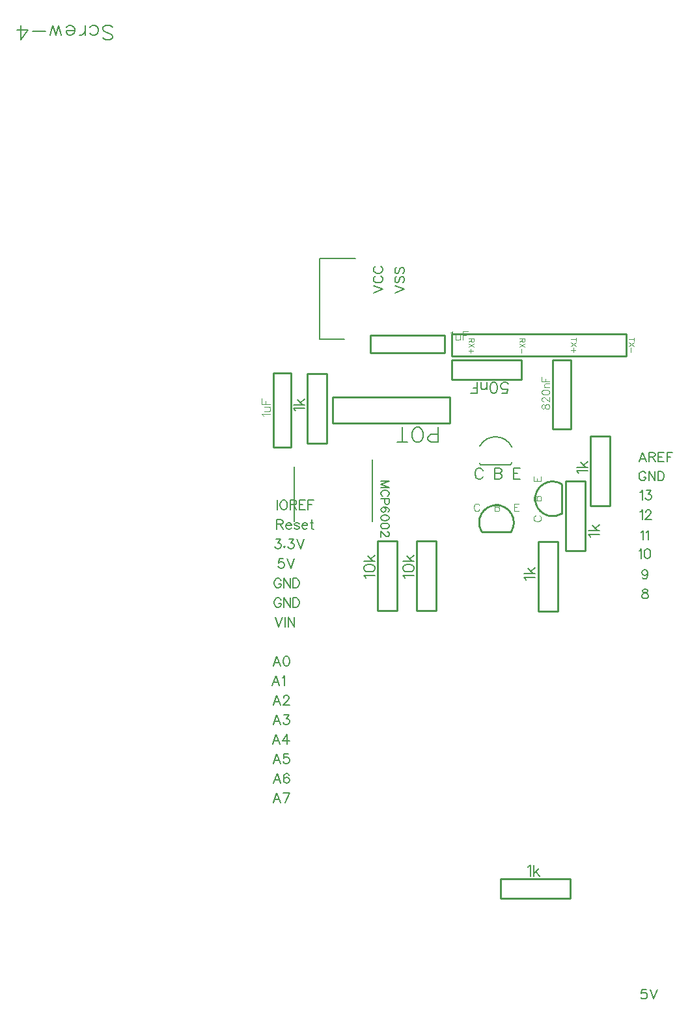
<source format=gto>
G04 Layer: TopSilkscreenLayer*
G04 EasyEDA v6.5.22, 2023-01-17 12:05:17*
G04 b103a448d6604d23990311a0c4fa42b9,79949195797447f9ac56d6811569d7a0,10*
G04 Gerber Generator version 0.2*
G04 Scale: 100 percent, Rotated: No, Reflected: No *
G04 Dimensions in millimeters *
G04 leading zeros omitted , absolute positions ,4 integer and 5 decimal *
%FSLAX45Y45*%
%MOMM*%

%ADD10C,0.2030*%
%ADD11C,0.2032*%
%ADD12C,0.1000*%
%ADD13C,0.1524*%
%ADD14C,0.1016*%
%ADD15C,0.2540*%
%ADD16C,0.1999*%
%ADD17C,0.2007*%
%ADD18C,0.0122*%

%LPD*%
D10*
X2855213Y1654276D02*
G01*
X2849372Y1665706D01*
X2837941Y1677390D01*
X2826258Y1683232D01*
X2803143Y1683232D01*
X2791713Y1677390D01*
X2780029Y1665706D01*
X2774441Y1654276D01*
X2768600Y1637004D01*
X2768600Y1608048D01*
X2774441Y1590776D01*
X2780029Y1579092D01*
X2791713Y1567662D01*
X2803143Y1561820D01*
X2826258Y1561820D01*
X2837941Y1567662D01*
X2849372Y1579092D01*
X2855213Y1590776D01*
X2855213Y1608048D01*
X2826258Y1608048D02*
G01*
X2855213Y1608048D01*
X2893313Y1683232D02*
G01*
X2893313Y1561820D01*
X2893313Y1683232D02*
G01*
X2974086Y1561820D01*
X2974086Y1683232D02*
G01*
X2974086Y1561820D01*
X3012186Y1683232D02*
G01*
X3012186Y1561820D01*
X3012186Y1683232D02*
G01*
X3052572Y1683232D01*
X3069843Y1677390D01*
X3081527Y1665706D01*
X3087370Y1654276D01*
X3092958Y1637004D01*
X3092958Y1608048D01*
X3087370Y1590776D01*
X3081527Y1579092D01*
X3069843Y1567662D01*
X3052572Y1561820D01*
X3012186Y1561820D01*
D11*
X2768600Y648690D02*
G01*
X2780029Y654532D01*
X2797556Y671804D01*
X2797556Y550392D01*
X2870200Y671804D02*
G01*
X2852927Y665962D01*
X2841243Y648690D01*
X2835656Y619734D01*
X2835656Y602462D01*
X2841243Y573506D01*
X2852927Y556234D01*
X2870200Y550392D01*
X2881629Y550392D01*
X2899156Y556234D01*
X2910586Y573506D01*
X2916427Y602462D01*
X2916427Y619734D01*
X2910586Y648690D01*
X2899156Y665962D01*
X2881629Y671804D01*
X2870200Y671804D01*
X2881629Y364718D02*
G01*
X2876041Y347192D01*
X2864358Y335762D01*
X2847086Y329920D01*
X2841243Y329920D01*
X2823972Y335762D01*
X2812541Y347192D01*
X2806700Y364718D01*
X2806700Y370306D01*
X2812541Y387832D01*
X2823972Y399262D01*
X2841243Y405104D01*
X2847086Y405104D01*
X2864358Y399262D01*
X2876041Y387832D01*
X2881629Y364718D01*
X2881629Y335762D01*
X2876041Y306806D01*
X2864358Y289534D01*
X2847086Y283692D01*
X2835656Y283692D01*
X2818129Y289534D01*
X2812541Y301218D01*
X2835658Y151104D02*
G01*
X2818132Y145262D01*
X2812544Y133832D01*
X2812544Y122148D01*
X2818132Y110718D01*
X2829816Y104876D01*
X2852930Y99034D01*
X2870202Y93192D01*
X2881632Y81762D01*
X2887474Y70332D01*
X2887474Y52806D01*
X2881632Y41376D01*
X2876044Y35534D01*
X2858772Y29692D01*
X2835658Y29692D01*
X2818132Y35534D01*
X2812544Y41376D01*
X2806702Y52806D01*
X2806702Y70332D01*
X2812544Y81762D01*
X2823974Y93192D01*
X2841246Y99034D01*
X2864360Y104876D01*
X2876044Y110718D01*
X2881632Y122148D01*
X2881632Y133832D01*
X2876044Y145262D01*
X2858772Y151104D01*
X2835658Y151104D01*
X2794000Y889990D02*
G01*
X2805429Y895832D01*
X2822956Y913104D01*
X2822956Y791692D01*
X2861056Y889990D02*
G01*
X2872486Y895832D01*
X2889758Y913104D01*
X2889758Y791692D01*
X2781300Y1156690D02*
G01*
X2792729Y1162532D01*
X2810256Y1179804D01*
X2810256Y1058392D01*
X2853943Y1150848D02*
G01*
X2853943Y1156690D01*
X2859786Y1168120D01*
X2865627Y1173962D01*
X2877058Y1179804D01*
X2900172Y1179804D01*
X2911856Y1173962D01*
X2917443Y1168120D01*
X2923286Y1156690D01*
X2923286Y1145006D01*
X2917443Y1133576D01*
X2906013Y1116304D01*
X2848356Y1058392D01*
X2929127Y1058392D01*
X2781297Y1410690D02*
G01*
X2792727Y1416532D01*
X2810253Y1433804D01*
X2810253Y1312392D01*
X2859783Y1433804D02*
G01*
X2923283Y1433804D01*
X2888739Y1387576D01*
X2906011Y1387576D01*
X2917441Y1381734D01*
X2923283Y1375892D01*
X2929125Y1358620D01*
X2929125Y1347190D01*
X2923283Y1329918D01*
X2911853Y1318234D01*
X2894327Y1312392D01*
X2877055Y1312392D01*
X2859783Y1318234D01*
X2853941Y1324076D01*
X2848353Y1335506D01*
X2814827Y1929104D02*
G01*
X2768600Y1807692D01*
X2814827Y1929104D02*
G01*
X2861056Y1807692D01*
X2785872Y1848332D02*
G01*
X2843529Y1848332D01*
X2899156Y1929104D02*
G01*
X2899156Y1807692D01*
X2899156Y1929104D02*
G01*
X2950972Y1929104D01*
X2968243Y1923262D01*
X2974086Y1917420D01*
X2979927Y1905990D01*
X2979927Y1894306D01*
X2974086Y1882876D01*
X2968243Y1877034D01*
X2950972Y1871192D01*
X2899156Y1871192D01*
X2939541Y1871192D02*
G01*
X2979927Y1807692D01*
X3018027Y1929104D02*
G01*
X3018027Y1807692D01*
X3018027Y1929104D02*
G01*
X3092958Y1929104D01*
X3018027Y1871192D02*
G01*
X3064256Y1871192D01*
X3018027Y1807692D02*
G01*
X3092958Y1807692D01*
X3131058Y1929104D02*
G01*
X3131058Y1807692D01*
X3131058Y1929104D02*
G01*
X3206241Y1929104D01*
X3131058Y1871192D02*
G01*
X3177286Y1871192D01*
D12*
X1950201Y3399513D02*
G01*
X1883399Y3399513D01*
X1950201Y3421865D02*
G01*
X1950201Y3377415D01*
X1950201Y3356333D02*
G01*
X1883399Y3311883D01*
X1950201Y3311883D02*
G01*
X1883399Y3356333D01*
X1940803Y3262099D02*
G01*
X1883399Y3262099D01*
X1912101Y3290801D02*
G01*
X1912101Y3233397D01*
D11*
X-1965200Y-217195D02*
G01*
X-1918972Y-338607D01*
X-1872744Y-217195D02*
G01*
X-1918972Y-338607D01*
X-1834644Y-217195D02*
G01*
X-1834644Y-338607D01*
X-1796544Y-217195D02*
G01*
X-1796544Y-338607D01*
X-1796544Y-217195D02*
G01*
X-1715772Y-338607D01*
X-1715772Y-217195D02*
G01*
X-1715772Y-338607D01*
X-1890013Y7848D02*
G01*
X-1895855Y19532D01*
X-1907286Y30962D01*
X-1918970Y36804D01*
X-1942084Y36804D01*
X-1953513Y30962D01*
X-1965197Y19532D01*
X-1970786Y7848D01*
X-1976628Y-9423D01*
X-1976628Y-38379D01*
X-1970786Y-55651D01*
X-1965197Y-67081D01*
X-1953513Y-78765D01*
X-1942084Y-84607D01*
X-1918970Y-84607D01*
X-1907286Y-78765D01*
X-1895855Y-67081D01*
X-1890013Y-55651D01*
X-1890013Y-38379D01*
X-1918970Y-38379D02*
G01*
X-1890013Y-38379D01*
X-1851913Y36804D02*
G01*
X-1851913Y-84607D01*
X-1851913Y36804D02*
G01*
X-1771142Y-84607D01*
X-1771142Y36804D02*
G01*
X-1771142Y-84607D01*
X-1733042Y36804D02*
G01*
X-1733042Y-84607D01*
X-1733042Y36804D02*
G01*
X-1692655Y36804D01*
X-1675384Y30962D01*
X-1663700Y19532D01*
X-1657857Y7848D01*
X-1652270Y-9423D01*
X-1652270Y-38379D01*
X-1657857Y-55651D01*
X-1663700Y-67081D01*
X-1675384Y-78765D01*
X-1692655Y-84607D01*
X-1733042Y-84607D01*
X-1890013Y261848D02*
G01*
X-1895855Y273532D01*
X-1907286Y284962D01*
X-1918970Y290804D01*
X-1942084Y290804D01*
X-1953513Y284962D01*
X-1965197Y273532D01*
X-1970786Y261848D01*
X-1976628Y244576D01*
X-1976628Y215620D01*
X-1970786Y198348D01*
X-1965197Y186918D01*
X-1953513Y175234D01*
X-1942084Y169392D01*
X-1918970Y169392D01*
X-1907286Y175234D01*
X-1895855Y186918D01*
X-1890013Y198348D01*
X-1890013Y215620D01*
X-1918970Y215620D02*
G01*
X-1890013Y215620D01*
X-1851913Y290804D02*
G01*
X-1851913Y169392D01*
X-1851913Y290804D02*
G01*
X-1771142Y169392D01*
X-1771142Y290804D02*
G01*
X-1771142Y169392D01*
X-1733042Y290804D02*
G01*
X-1733042Y169392D01*
X-1733042Y290804D02*
G01*
X-1692655Y290804D01*
X-1675384Y284962D01*
X-1663700Y273532D01*
X-1657857Y261848D01*
X-1652270Y244576D01*
X-1652270Y215620D01*
X-1657857Y198348D01*
X-1663700Y186918D01*
X-1675384Y175234D01*
X-1692655Y169392D01*
X-1733042Y169392D01*
X-1857758Y544804D02*
G01*
X-1915670Y544804D01*
X-1921258Y492734D01*
X-1915670Y498576D01*
X-1898144Y504418D01*
X-1880872Y504418D01*
X-1863600Y498576D01*
X-1852170Y486892D01*
X-1846328Y469620D01*
X-1846328Y458190D01*
X-1852170Y440918D01*
X-1863600Y429234D01*
X-1880872Y423392D01*
X-1898144Y423392D01*
X-1915670Y429234D01*
X-1921258Y435076D01*
X-1927100Y446506D01*
X-1808228Y544804D02*
G01*
X-1762000Y423392D01*
X-1715772Y544804D02*
G01*
X-1762000Y423392D01*
X-1957070Y798804D02*
G01*
X-1893570Y798804D01*
X-1928113Y752576D01*
X-1910842Y752576D01*
X-1899157Y746734D01*
X-1893570Y740892D01*
X-1887728Y723620D01*
X-1887728Y712190D01*
X-1893570Y694918D01*
X-1905000Y683234D01*
X-1922271Y677392D01*
X-1939544Y677392D01*
X-1957070Y683234D01*
X-1962657Y689076D01*
X-1968500Y700506D01*
X-1843786Y706348D02*
G01*
X-1849628Y700506D01*
X-1843786Y694918D01*
X-1837944Y700506D01*
X-1843786Y706348D01*
X-1788413Y798804D02*
G01*
X-1724913Y798804D01*
X-1759457Y752576D01*
X-1742186Y752576D01*
X-1730755Y746734D01*
X-1724913Y740892D01*
X-1719071Y723620D01*
X-1719071Y712190D01*
X-1724913Y694918D01*
X-1736344Y683234D01*
X-1753870Y677392D01*
X-1771142Y677392D01*
X-1788413Y683234D01*
X-1794255Y689076D01*
X-1799844Y700506D01*
X-1680971Y798804D02*
G01*
X-1634744Y677392D01*
X-1588770Y798804D02*
G01*
X-1634744Y677392D01*
X-1943100Y1052804D02*
G01*
X-1943100Y931392D01*
X-1943100Y1052804D02*
G01*
X-1891029Y1052804D01*
X-1873757Y1046962D01*
X-1868170Y1041120D01*
X-1862328Y1029690D01*
X-1862328Y1018006D01*
X-1868170Y1006576D01*
X-1873757Y1000734D01*
X-1891029Y994892D01*
X-1943100Y994892D01*
X-1902713Y994892D02*
G01*
X-1862328Y931392D01*
X-1824228Y977620D02*
G01*
X-1754886Y977620D01*
X-1754886Y989304D01*
X-1760728Y1000734D01*
X-1766570Y1006576D01*
X-1778000Y1012418D01*
X-1795271Y1012418D01*
X-1806955Y1006576D01*
X-1818386Y994892D01*
X-1824228Y977620D01*
X-1824228Y966190D01*
X-1818386Y948918D01*
X-1806955Y937234D01*
X-1795271Y931392D01*
X-1778000Y931392D01*
X-1766570Y937234D01*
X-1754886Y948918D01*
X-1653286Y994892D02*
G01*
X-1659128Y1006576D01*
X-1676400Y1012418D01*
X-1693671Y1012418D01*
X-1710944Y1006576D01*
X-1716786Y994892D01*
X-1710944Y983462D01*
X-1699513Y977620D01*
X-1670557Y972032D01*
X-1659128Y966190D01*
X-1653286Y954506D01*
X-1653286Y948918D01*
X-1659128Y937234D01*
X-1676400Y931392D01*
X-1693671Y931392D01*
X-1710944Y937234D01*
X-1716786Y948918D01*
X-1615186Y977620D02*
G01*
X-1545844Y977620D01*
X-1545844Y989304D01*
X-1551686Y1000734D01*
X-1557528Y1006576D01*
X-1568957Y1012418D01*
X-1586229Y1012418D01*
X-1597913Y1006576D01*
X-1609344Y994892D01*
X-1615186Y977620D01*
X-1615186Y966190D01*
X-1609344Y948918D01*
X-1597913Y937234D01*
X-1586229Y931392D01*
X-1568957Y931392D01*
X-1557528Y937234D01*
X-1545844Y948918D01*
X-1490471Y1052804D02*
G01*
X-1490471Y954506D01*
X-1484629Y937234D01*
X-1473200Y931392D01*
X-1461770Y931392D01*
X-1507744Y1012418D02*
G01*
X-1467357Y1012418D01*
X-1937512Y1306804D02*
G01*
X-1937512Y1185392D01*
X-1864868Y1306804D02*
G01*
X-1876297Y1300962D01*
X-1887981Y1289532D01*
X-1893570Y1277848D01*
X-1899412Y1260576D01*
X-1899412Y1231620D01*
X-1893570Y1214348D01*
X-1887981Y1202918D01*
X-1876297Y1191234D01*
X-1864868Y1185392D01*
X-1841754Y1185392D01*
X-1830070Y1191234D01*
X-1818639Y1202918D01*
X-1812797Y1214348D01*
X-1806955Y1231620D01*
X-1806955Y1260576D01*
X-1812797Y1277848D01*
X-1818639Y1289532D01*
X-1830070Y1300962D01*
X-1841754Y1306804D01*
X-1864868Y1306804D01*
X-1768855Y1306804D02*
G01*
X-1768855Y1185392D01*
X-1768855Y1306804D02*
G01*
X-1717039Y1306804D01*
X-1699768Y1300962D01*
X-1693926Y1295120D01*
X-1688084Y1283690D01*
X-1688084Y1272006D01*
X-1693926Y1260576D01*
X-1699768Y1254734D01*
X-1717039Y1248892D01*
X-1768855Y1248892D01*
X-1728470Y1248892D02*
G01*
X-1688084Y1185392D01*
X-1649984Y1306804D02*
G01*
X-1649984Y1185392D01*
X-1649984Y1306804D02*
G01*
X-1575054Y1306804D01*
X-1649984Y1248892D02*
G01*
X-1603755Y1248892D01*
X-1649984Y1185392D02*
G01*
X-1575054Y1185392D01*
X-1536954Y1306804D02*
G01*
X-1536954Y1185392D01*
X-1536954Y1306804D02*
G01*
X-1461770Y1306804D01*
X-1536954Y1248892D02*
G01*
X-1490726Y1248892D01*
X-1944372Y-725195D02*
G01*
X-1990600Y-846607D01*
X-1944372Y-725195D02*
G01*
X-1898144Y-846607D01*
X-1973328Y-805967D02*
G01*
X-1915670Y-805967D01*
X-1825500Y-725195D02*
G01*
X-1842772Y-731037D01*
X-1854456Y-748309D01*
X-1860044Y-777265D01*
X-1860044Y-794537D01*
X-1854456Y-823493D01*
X-1842772Y-840765D01*
X-1825500Y-846607D01*
X-1814070Y-846607D01*
X-1796544Y-840765D01*
X-1785114Y-823493D01*
X-1779272Y-794537D01*
X-1779272Y-777265D01*
X-1785114Y-748309D01*
X-1796544Y-731037D01*
X-1814070Y-725195D01*
X-1825500Y-725195D01*
X-1955800Y-979195D02*
G01*
X-2002028Y-1100607D01*
X-1955800Y-979195D02*
G01*
X-1909571Y-1100607D01*
X-1984755Y-1059967D02*
G01*
X-1927097Y-1059967D01*
X-1871471Y-1002309D02*
G01*
X-1860042Y-996467D01*
X-1842770Y-979195D01*
X-1842770Y-1100607D01*
X-1944372Y-1233195D02*
G01*
X-1990600Y-1354607D01*
X-1944372Y-1233195D02*
G01*
X-1898144Y-1354607D01*
X-1973328Y-1313967D02*
G01*
X-1915670Y-1313967D01*
X-1854456Y-1262151D02*
G01*
X-1854456Y-1256309D01*
X-1848614Y-1244879D01*
X-1842772Y-1239037D01*
X-1831342Y-1233195D01*
X-1808228Y-1233195D01*
X-1796544Y-1239037D01*
X-1790956Y-1244879D01*
X-1785114Y-1256309D01*
X-1785114Y-1267993D01*
X-1790956Y-1279423D01*
X-1802386Y-1296695D01*
X-1860044Y-1354607D01*
X-1779272Y-1354607D01*
X-1944372Y-1487195D02*
G01*
X-1990600Y-1608607D01*
X-1944372Y-1487195D02*
G01*
X-1898144Y-1608607D01*
X-1973328Y-1567967D02*
G01*
X-1915670Y-1567967D01*
X-1848614Y-1487195D02*
G01*
X-1785114Y-1487195D01*
X-1819658Y-1533423D01*
X-1802386Y-1533423D01*
X-1790956Y-1539265D01*
X-1785114Y-1545107D01*
X-1779272Y-1562379D01*
X-1779272Y-1573809D01*
X-1785114Y-1591081D01*
X-1796544Y-1602765D01*
X-1814070Y-1608607D01*
X-1831342Y-1608607D01*
X-1848614Y-1602765D01*
X-1854456Y-1596923D01*
X-1860044Y-1585493D01*
X-1950212Y-1741195D02*
G01*
X-1996439Y-1862607D01*
X-1950212Y-1741195D02*
G01*
X-1903984Y-1862607D01*
X-1979168Y-1821967D02*
G01*
X-1921510Y-1821967D01*
X-1808226Y-1741195D02*
G01*
X-1865884Y-1821967D01*
X-1779270Y-1821967D01*
X-1808226Y-1741195D02*
G01*
X-1808226Y-1862607D01*
X-1944372Y-1995195D02*
G01*
X-1990600Y-2116607D01*
X-1944372Y-1995195D02*
G01*
X-1898144Y-2116607D01*
X-1973328Y-2075967D02*
G01*
X-1915670Y-2075967D01*
X-1790956Y-1995195D02*
G01*
X-1848614Y-1995195D01*
X-1854456Y-2047265D01*
X-1848614Y-2041423D01*
X-1831342Y-2035581D01*
X-1814070Y-2035581D01*
X-1796544Y-2041423D01*
X-1785114Y-2053107D01*
X-1779272Y-2070379D01*
X-1779272Y-2081809D01*
X-1785114Y-2099081D01*
X-1796544Y-2110765D01*
X-1814070Y-2116607D01*
X-1831342Y-2116607D01*
X-1848614Y-2110765D01*
X-1854456Y-2104923D01*
X-1860044Y-2093493D01*
X-1938530Y-2249195D02*
G01*
X-1984758Y-2370607D01*
X-1938530Y-2249195D02*
G01*
X-1892302Y-2370607D01*
X-1967486Y-2329967D02*
G01*
X-1909828Y-2329967D01*
X-1785114Y-2266467D02*
G01*
X-1790702Y-2255037D01*
X-1808228Y-2249195D01*
X-1819658Y-2249195D01*
X-1836930Y-2255037D01*
X-1848614Y-2272309D01*
X-1854202Y-2301265D01*
X-1854202Y-2329967D01*
X-1848614Y-2353081D01*
X-1836930Y-2364765D01*
X-1819658Y-2370607D01*
X-1813816Y-2370607D01*
X-1796544Y-2364765D01*
X-1785114Y-2353081D01*
X-1779272Y-2335809D01*
X-1779272Y-2329967D01*
X-1785114Y-2312695D01*
X-1796544Y-2301265D01*
X-1813816Y-2295423D01*
X-1819658Y-2295423D01*
X-1836930Y-2301265D01*
X-1848614Y-2312695D01*
X-1854202Y-2329967D01*
X-1944372Y-2503195D02*
G01*
X-1990600Y-2624607D01*
X-1944372Y-2503195D02*
G01*
X-1898144Y-2624607D01*
X-1973328Y-2583967D02*
G01*
X-1915670Y-2583967D01*
X-1779272Y-2503195D02*
G01*
X-1836930Y-2624607D01*
X-1860044Y-2503195D02*
G01*
X-1779272Y-2503195D01*
X-687070Y4006062D02*
G01*
X-565658Y4052290D01*
X-687070Y4098518D02*
G01*
X-565658Y4052290D01*
X-658113Y4223232D02*
G01*
X-669544Y4217390D01*
X-681228Y4205706D01*
X-687070Y4194276D01*
X-687070Y4171162D01*
X-681228Y4159732D01*
X-669544Y4148048D01*
X-658113Y4142206D01*
X-640842Y4136618D01*
X-611886Y4136618D01*
X-594613Y4142206D01*
X-582929Y4148048D01*
X-571500Y4159732D01*
X-565658Y4171162D01*
X-565658Y4194276D01*
X-571500Y4205706D01*
X-582929Y4217390D01*
X-594613Y4223232D01*
X-658113Y4347692D02*
G01*
X-669544Y4342104D01*
X-681228Y4330420D01*
X-687070Y4318990D01*
X-687070Y4295876D01*
X-681228Y4284192D01*
X-669544Y4272762D01*
X-658113Y4266920D01*
X-640842Y4261332D01*
X-611886Y4261332D01*
X-594613Y4266920D01*
X-582929Y4272762D01*
X-571500Y4284192D01*
X-565658Y4295876D01*
X-565658Y4318990D01*
X-571500Y4330420D01*
X-582929Y4342104D01*
X-594613Y4347692D01*
X-407670Y4006062D02*
G01*
X-286258Y4052290D01*
X-407670Y4098518D02*
G01*
X-286258Y4052290D01*
X-390143Y4217390D02*
G01*
X-401827Y4205706D01*
X-407670Y4188434D01*
X-407670Y4165320D01*
X-401827Y4148048D01*
X-390143Y4136618D01*
X-378713Y4136618D01*
X-367029Y4142206D01*
X-361441Y4148048D01*
X-355600Y4159732D01*
X-344170Y4194276D01*
X-338327Y4205706D01*
X-332486Y4211548D01*
X-321056Y4217390D01*
X-303529Y4217390D01*
X-292100Y4205706D01*
X-286258Y4188434D01*
X-286258Y4165320D01*
X-292100Y4148048D01*
X-303529Y4136618D01*
X-390143Y4336262D02*
G01*
X-401827Y4324832D01*
X-407670Y4307306D01*
X-407670Y4284192D01*
X-401827Y4266920D01*
X-390143Y4255490D01*
X-378713Y4255490D01*
X-367029Y4261332D01*
X-361441Y4266920D01*
X-355600Y4278604D01*
X-344170Y4313148D01*
X-338327Y4324832D01*
X-332486Y4330420D01*
X-321056Y4336262D01*
X-303529Y4336262D01*
X-292100Y4324832D01*
X-286258Y4307306D01*
X-286258Y4284192D01*
X-292100Y4266920D01*
X-303529Y4255490D01*
D12*
X616701Y3409165D02*
G01*
X549899Y3409165D01*
X616701Y3409165D02*
G01*
X616701Y3380463D01*
X613653Y3371065D01*
X610351Y3367763D01*
X604001Y3364715D01*
X597651Y3364715D01*
X591301Y3367763D01*
X587999Y3371065D01*
X584951Y3380463D01*
X584951Y3409165D01*
X584951Y3386813D02*
G01*
X549899Y3364715D01*
X616701Y3343633D02*
G01*
X549899Y3299183D01*
X616701Y3299183D02*
G01*
X549899Y3343633D01*
X607303Y3249399D02*
G01*
X549899Y3249399D01*
X578601Y3278101D02*
G01*
X578601Y3220697D01*
X1277076Y3409165D02*
G01*
X1210274Y3409165D01*
X1277076Y3409165D02*
G01*
X1277076Y3380463D01*
X1274028Y3371065D01*
X1270726Y3367763D01*
X1264376Y3364715D01*
X1258026Y3364715D01*
X1251676Y3367763D01*
X1248374Y3371065D01*
X1245326Y3380463D01*
X1245326Y3409165D01*
X1245326Y3386813D02*
G01*
X1210274Y3364715D01*
X1277076Y3343633D02*
G01*
X1210274Y3299183D01*
X1277076Y3299183D02*
G01*
X1210274Y3343633D01*
X1238976Y3278101D02*
G01*
X1238976Y3220697D01*
X2699501Y3399513D02*
G01*
X2632699Y3399513D01*
X2699501Y3421865D02*
G01*
X2699501Y3377415D01*
X2699501Y3356333D02*
G01*
X2632699Y3311883D01*
X2699501Y3311883D02*
G01*
X2632699Y3356333D01*
X2661401Y3290801D02*
G01*
X2661401Y3233397D01*
D11*
X2863341Y-5055895D02*
G01*
X2805429Y-5055895D01*
X2799841Y-5107965D01*
X2805429Y-5102123D01*
X2822956Y-5096281D01*
X2840227Y-5096281D01*
X2857500Y-5102123D01*
X2868929Y-5113807D01*
X2874772Y-5131079D01*
X2874772Y-5142509D01*
X2868929Y-5159781D01*
X2857500Y-5171465D01*
X2840227Y-5177307D01*
X2822956Y-5177307D01*
X2805429Y-5171465D01*
X2799841Y-5165623D01*
X2794000Y-5154193D01*
X2912872Y-5055895D02*
G01*
X2959100Y-5177307D01*
X3005327Y-5055895D02*
G01*
X2959100Y-5177307D01*
X-1698993Y2469375D02*
G01*
X-1705597Y2483091D01*
X-1726171Y2503411D01*
X-1582915Y2503411D01*
X-1726171Y2548369D02*
G01*
X-1582915Y2548369D01*
X-1678419Y2616695D02*
G01*
X-1610347Y2548369D01*
X-1637525Y2575801D02*
G01*
X-1582915Y2623553D01*
X-276593Y297675D02*
G01*
X-283197Y311391D01*
X-303771Y331711D01*
X-160515Y331711D01*
X-303771Y417563D02*
G01*
X-296913Y397243D01*
X-276593Y383527D01*
X-242303Y376669D01*
X-221983Y376669D01*
X-187947Y383527D01*
X-167373Y397243D01*
X-160515Y417563D01*
X-160515Y431279D01*
X-167373Y451853D01*
X-187947Y465315D01*
X-221983Y472173D01*
X-242303Y472173D01*
X-276593Y465315D01*
X-296913Y451853D01*
X-303771Y431279D01*
X-303771Y417563D01*
X-303771Y517131D02*
G01*
X-160515Y517131D01*
X-256019Y585457D02*
G01*
X-187947Y517131D01*
X-215125Y544563D02*
G01*
X-160515Y592315D01*
X-784593Y297675D02*
G01*
X-791197Y311391D01*
X-811771Y331711D01*
X-668515Y331711D01*
X-811771Y417563D02*
G01*
X-804913Y397243D01*
X-784593Y383527D01*
X-750303Y376669D01*
X-729983Y376669D01*
X-695947Y383527D01*
X-675373Y397243D01*
X-668515Y417563D01*
X-668515Y431279D01*
X-675373Y451853D01*
X-695947Y465315D01*
X-729983Y472173D01*
X-750303Y472173D01*
X-784593Y465315D01*
X-804913Y451853D01*
X-811771Y431279D01*
X-811771Y417563D01*
X-811771Y517131D02*
G01*
X-668515Y517131D01*
X-764019Y585457D02*
G01*
X-695947Y517131D01*
X-723125Y544563D02*
G01*
X-668515Y592315D01*
X985011Y2698978D02*
G01*
X1053084Y2698978D01*
X1059941Y2760446D01*
X1053084Y2753588D01*
X1032763Y2746730D01*
X1012190Y2746730D01*
X991870Y2753588D01*
X978154Y2767304D01*
X971295Y2787624D01*
X971295Y2801340D01*
X978154Y2821660D01*
X991870Y2835376D01*
X1012190Y2842234D01*
X1032763Y2842234D01*
X1053084Y2835376D01*
X1059941Y2828518D01*
X1066800Y2814802D01*
X885443Y2698978D02*
G01*
X906018Y2705836D01*
X919479Y2726156D01*
X926338Y2760446D01*
X926338Y2780766D01*
X919479Y2814802D01*
X906018Y2835376D01*
X885443Y2842234D01*
X871727Y2842234D01*
X851408Y2835376D01*
X837691Y2814802D01*
X830834Y2780766D01*
X830834Y2760446D01*
X837691Y2726156D01*
X851408Y2705836D01*
X871727Y2698978D01*
X885443Y2698978D01*
X785875Y2746730D02*
G01*
X785875Y2842234D01*
X785875Y2773908D02*
G01*
X765556Y2753588D01*
X751840Y2746730D01*
X731265Y2746730D01*
X717804Y2753588D01*
X710945Y2773908D01*
X710945Y2842234D01*
X665988Y2698978D02*
G01*
X665988Y2842234D01*
X665988Y2698978D02*
G01*
X577341Y2698978D01*
X665988Y2767304D02*
G01*
X611377Y2767304D01*
X1984006Y1656575D02*
G01*
X1977402Y1670291D01*
X1956828Y1690611D01*
X2100084Y1690611D01*
X1956828Y1735569D02*
G01*
X2100084Y1735569D01*
X2004580Y1803895D02*
G01*
X2072652Y1735569D01*
X2045474Y1763001D02*
G01*
X2100084Y1810753D01*
X2136406Y831062D02*
G01*
X2129802Y844778D01*
X2109228Y865098D01*
X2252484Y865098D01*
X2109228Y910056D02*
G01*
X2252484Y910056D01*
X2156980Y978382D02*
G01*
X2225052Y910056D01*
X2197874Y937488D02*
G01*
X2252484Y985240D01*
X1298206Y272262D02*
G01*
X1291602Y285978D01*
X1271028Y306298D01*
X1414284Y306298D01*
X1271028Y351256D02*
G01*
X1414284Y351256D01*
X1318780Y419582D02*
G01*
X1386852Y351256D01*
X1359674Y378688D02*
G01*
X1414284Y426440D01*
X-4206095Y7321285D02*
G01*
X-4187553Y7302743D01*
X-4159867Y7293599D01*
X-4122783Y7293599D01*
X-4095097Y7302743D01*
X-4076809Y7321285D01*
X-4076809Y7339827D01*
X-4085953Y7358115D01*
X-4095097Y7367513D01*
X-4113639Y7376657D01*
X-4169011Y7395199D01*
X-4187553Y7404343D01*
X-4196697Y7413487D01*
X-4206095Y7432029D01*
X-4206095Y7459715D01*
X-4187553Y7478257D01*
X-4159867Y7487401D01*
X-4122783Y7487401D01*
X-4095097Y7478257D01*
X-4076809Y7459715D01*
X-4377799Y7385801D02*
G01*
X-4359257Y7367513D01*
X-4340969Y7358115D01*
X-4313029Y7358115D01*
X-4294741Y7367513D01*
X-4276199Y7385801D01*
X-4267055Y7413487D01*
X-4267055Y7432029D01*
X-4276199Y7459715D01*
X-4294741Y7478257D01*
X-4313029Y7487401D01*
X-4340969Y7487401D01*
X-4359257Y7478257D01*
X-4377799Y7459715D01*
X-4438759Y7358115D02*
G01*
X-4438759Y7487401D01*
X-4438759Y7413487D02*
G01*
X-4447903Y7385801D01*
X-4466445Y7367513D01*
X-4484987Y7358115D01*
X-4512673Y7358115D01*
X-4573633Y7413487D02*
G01*
X-4684377Y7413487D01*
X-4684377Y7395199D01*
X-4675233Y7376657D01*
X-4666089Y7367513D01*
X-4647547Y7358115D01*
X-4619861Y7358115D01*
X-4601319Y7367513D01*
X-4582777Y7385801D01*
X-4573633Y7413487D01*
X-4573633Y7432029D01*
X-4582777Y7459715D01*
X-4601319Y7478257D01*
X-4619861Y7487401D01*
X-4647547Y7487401D01*
X-4666089Y7478257D01*
X-4684377Y7459715D01*
X-4745337Y7358115D02*
G01*
X-4782421Y7487401D01*
X-4819251Y7358115D02*
G01*
X-4782421Y7487401D01*
X-4819251Y7358115D02*
G01*
X-4856335Y7487401D01*
X-4893165Y7358115D02*
G01*
X-4856335Y7487401D01*
X-4954125Y7404343D02*
G01*
X-5120495Y7404343D01*
X-5273657Y7293599D02*
G01*
X-5181455Y7422885D01*
X-5319885Y7422885D01*
X-5273657Y7293599D02*
G01*
X-5273657Y7487401D01*
X1320787Y-3464344D02*
G01*
X1334503Y-3457740D01*
X1354823Y-3437166D01*
X1354823Y-3580422D01*
X1399781Y-3437166D02*
G01*
X1399781Y-3580422D01*
X1468107Y-3484918D02*
G01*
X1399781Y-3552990D01*
X1427213Y-3525812D02*
G01*
X1474965Y-3580422D01*
D12*
X1504441Y2515191D02*
G01*
X1509013Y2501475D01*
X1517904Y2496903D01*
X1527047Y2496903D01*
X1536191Y2501475D01*
X1540763Y2510619D01*
X1545336Y2528653D01*
X1549908Y2542369D01*
X1559052Y2551513D01*
X1567941Y2556085D01*
X1581658Y2556085D01*
X1590802Y2551513D01*
X1595374Y2546941D01*
X1599945Y2533225D01*
X1599945Y2515191D01*
X1595374Y2501475D01*
X1590802Y2496903D01*
X1581658Y2492331D01*
X1567941Y2492331D01*
X1559052Y2496903D01*
X1549908Y2506047D01*
X1545336Y2519509D01*
X1540763Y2537797D01*
X1536191Y2546941D01*
X1527047Y2551513D01*
X1517904Y2551513D01*
X1509013Y2546941D01*
X1504441Y2533225D01*
X1504441Y2515191D01*
X1527047Y2590629D02*
G01*
X1522475Y2590629D01*
X1513586Y2595201D01*
X1509013Y2599519D01*
X1504441Y2608663D01*
X1504441Y2626951D01*
X1509013Y2636095D01*
X1513586Y2640667D01*
X1522475Y2644985D01*
X1531620Y2644985D01*
X1540763Y2640667D01*
X1554479Y2631523D01*
X1599945Y2586057D01*
X1599945Y2649557D01*
X1504441Y2706961D02*
G01*
X1509013Y2693245D01*
X1522475Y2684101D01*
X1545336Y2679529D01*
X1559052Y2679529D01*
X1581658Y2684101D01*
X1595374Y2693245D01*
X1599945Y2706961D01*
X1599945Y2716105D01*
X1595374Y2729567D01*
X1581658Y2738711D01*
X1559052Y2743283D01*
X1545336Y2743283D01*
X1522475Y2738711D01*
X1509013Y2729567D01*
X1504441Y2716105D01*
X1504441Y2706961D01*
X1536191Y2773255D02*
G01*
X1599945Y2773255D01*
X1554479Y2773255D02*
G01*
X1540763Y2786971D01*
X1536191Y2796115D01*
X1536191Y2809577D01*
X1540763Y2818721D01*
X1554479Y2823293D01*
X1599945Y2823293D01*
X1504441Y2853265D02*
G01*
X1599945Y2853265D01*
X1504441Y2853265D02*
G01*
X1504441Y2912447D01*
X1549908Y2853265D02*
G01*
X1549908Y2889587D01*
X-2118774Y2399217D02*
G01*
X-2124362Y2410139D01*
X-2140618Y2426395D01*
X-2026064Y2426395D01*
X-2102518Y2462463D02*
G01*
X-2047908Y2462463D01*
X-2031652Y2467797D01*
X-2026064Y2478719D01*
X-2026064Y2495229D01*
X-2031652Y2506151D01*
X-2047908Y2522407D01*
X-2102518Y2522407D02*
G01*
X-2026064Y2522407D01*
X-2140618Y2558475D02*
G01*
X-2026064Y2558475D01*
X-2140618Y2558475D02*
G01*
X-2140618Y2629341D01*
X-2086262Y2558475D02*
G01*
X-2086262Y2602163D01*
X317560Y3482931D02*
G01*
X328482Y3488519D01*
X344738Y3504775D01*
X344738Y3390221D01*
X380806Y3466675D02*
G01*
X380806Y3412065D01*
X386140Y3395809D01*
X397062Y3390221D01*
X413572Y3390221D01*
X424494Y3395809D01*
X440750Y3412065D01*
X440750Y3466675D02*
G01*
X440750Y3390221D01*
X476818Y3504775D02*
G01*
X476818Y3390221D01*
X476818Y3504775D02*
G01*
X547684Y3504775D01*
X476818Y3450419D02*
G01*
X520506Y3450419D01*
D13*
X-481584Y1554962D02*
G01*
X-590550Y1554962D01*
X-481584Y1554962D02*
G01*
X-590550Y1513306D01*
X-481584Y1471904D02*
G01*
X-590550Y1513306D01*
X-481584Y1471904D02*
G01*
X-590550Y1471904D01*
X-507491Y1359636D02*
G01*
X-497077Y1364716D01*
X-486663Y1375130D01*
X-481584Y1385544D01*
X-481584Y1406372D01*
X-486663Y1416786D01*
X-497077Y1427200D01*
X-507491Y1432280D01*
X-523240Y1437614D01*
X-549147Y1437614D01*
X-564641Y1432280D01*
X-575056Y1427200D01*
X-585470Y1416786D01*
X-590550Y1406372D01*
X-590550Y1385544D01*
X-585470Y1375130D01*
X-575056Y1364716D01*
X-564641Y1359636D01*
X-481584Y1325346D02*
G01*
X-590550Y1325346D01*
X-481584Y1325346D02*
G01*
X-481584Y1278610D01*
X-486663Y1262862D01*
X-491997Y1257782D01*
X-502411Y1252702D01*
X-517906Y1252702D01*
X-528320Y1257782D01*
X-533400Y1262862D01*
X-538734Y1278610D01*
X-538734Y1325346D01*
X-497077Y1155928D02*
G01*
X-486663Y1161262D01*
X-481584Y1176756D01*
X-481584Y1187170D01*
X-486663Y1202664D01*
X-502411Y1213078D01*
X-528320Y1218412D01*
X-554227Y1218412D01*
X-575056Y1213078D01*
X-585470Y1202664D01*
X-590550Y1187170D01*
X-590550Y1181836D01*
X-585470Y1166342D01*
X-575056Y1155928D01*
X-559561Y1150848D01*
X-554227Y1150848D01*
X-538734Y1155928D01*
X-528320Y1166342D01*
X-523240Y1181836D01*
X-523240Y1187170D01*
X-528320Y1202664D01*
X-538734Y1213078D01*
X-554227Y1218412D01*
X-481584Y1085316D02*
G01*
X-486663Y1100810D01*
X-502411Y1111224D01*
X-528320Y1116558D01*
X-543813Y1116558D01*
X-569975Y1111224D01*
X-585470Y1100810D01*
X-590550Y1085316D01*
X-590550Y1074902D01*
X-585470Y1059408D01*
X-569975Y1048994D01*
X-543813Y1043660D01*
X-528320Y1043660D01*
X-502411Y1048994D01*
X-486663Y1059408D01*
X-481584Y1074902D01*
X-481584Y1085316D01*
X-481584Y978382D02*
G01*
X-486663Y993876D01*
X-502411Y1004290D01*
X-528320Y1009370D01*
X-543813Y1009370D01*
X-569975Y1004290D01*
X-585470Y993876D01*
X-590550Y978382D01*
X-590550Y967968D01*
X-585470Y952220D01*
X-569975Y941806D01*
X-543813Y936726D01*
X-528320Y936726D01*
X-502411Y941806D01*
X-486663Y952220D01*
X-481584Y967968D01*
X-481584Y978382D01*
X-507491Y897102D02*
G01*
X-502411Y897102D01*
X-491997Y892022D01*
X-486663Y886942D01*
X-481584Y876528D01*
X-481584Y855700D01*
X-486663Y845286D01*
X-491997Y839952D01*
X-502411Y834872D01*
X-512825Y834872D01*
X-523240Y839952D01*
X-538734Y850366D01*
X-590550Y902436D01*
X-590550Y829792D01*
D11*
X152298Y2061141D02*
G01*
X152298Y2255197D01*
X152298Y2061141D02*
G01*
X69240Y2061141D01*
X41554Y2070285D01*
X32410Y2079683D01*
X23012Y2097971D01*
X23012Y2125657D01*
X32410Y2144199D01*
X41554Y2153597D01*
X69240Y2162741D01*
X152298Y2162741D01*
X-93319Y2061141D02*
G01*
X-74777Y2070285D01*
X-56235Y2088827D01*
X-47091Y2107369D01*
X-37947Y2135055D01*
X-37947Y2181283D01*
X-47091Y2208969D01*
X-56235Y2227257D01*
X-74777Y2245799D01*
X-93319Y2255197D01*
X-130149Y2255197D01*
X-148691Y2245799D01*
X-167233Y2227257D01*
X-176377Y2208969D01*
X-185775Y2181283D01*
X-185775Y2135055D01*
X-176377Y2107369D01*
X-167233Y2088827D01*
X-148691Y2070285D01*
X-130149Y2061141D01*
X-93319Y2061141D01*
X-311251Y2061141D02*
G01*
X-311251Y2255197D01*
X-246735Y2061141D02*
G01*
X-376021Y2061141D01*
D14*
X1397000Y1554962D02*
G01*
X1494027Y1554962D01*
X1397000Y1554962D02*
G01*
X1397000Y1614906D01*
X1443227Y1554962D02*
G01*
X1443227Y1591792D01*
X1494027Y1554962D02*
G01*
X1494027Y1614906D01*
X1420113Y1103604D02*
G01*
X1410715Y1099032D01*
X1401572Y1089634D01*
X1397000Y1080490D01*
X1397000Y1061948D01*
X1401572Y1052804D01*
X1410715Y1043406D01*
X1420113Y1038834D01*
X1433829Y1034262D01*
X1456943Y1034262D01*
X1470913Y1038834D01*
X1480058Y1043406D01*
X1489202Y1052804D01*
X1494027Y1061948D01*
X1494027Y1080490D01*
X1489202Y1089634D01*
X1480058Y1099032D01*
X1470913Y1103604D01*
X1397000Y1300962D02*
G01*
X1494027Y1300962D01*
X1397000Y1300962D02*
G01*
X1397000Y1342618D01*
X1401572Y1356334D01*
X1406143Y1360906D01*
X1415541Y1365732D01*
X1424686Y1365732D01*
X1433829Y1360906D01*
X1438402Y1356334D01*
X1443227Y1342618D01*
X1443227Y1300962D02*
G01*
X1443227Y1342618D01*
X1447800Y1356334D01*
X1452372Y1360906D01*
X1461515Y1365732D01*
X1475486Y1365732D01*
X1484629Y1360906D01*
X1489202Y1356334D01*
X1494027Y1342618D01*
X1494027Y1300962D01*
X1143000Y1262862D02*
G01*
X1143000Y1165834D01*
X1143000Y1262862D02*
G01*
X1202943Y1262862D01*
X1143000Y1216634D02*
G01*
X1179829Y1216634D01*
X1143000Y1165834D02*
G01*
X1202943Y1165834D01*
X691641Y1239748D02*
G01*
X687070Y1249146D01*
X677672Y1258290D01*
X668527Y1262862D01*
X649986Y1262862D01*
X640841Y1258290D01*
X631443Y1249146D01*
X626872Y1239748D01*
X622300Y1226032D01*
X622300Y1202918D01*
X626872Y1188948D01*
X631443Y1179804D01*
X640841Y1170660D01*
X649986Y1165834D01*
X668527Y1165834D01*
X677672Y1170660D01*
X687070Y1179804D01*
X691641Y1188948D01*
X889000Y1262862D02*
G01*
X889000Y1165834D01*
X889000Y1262862D02*
G01*
X930656Y1262862D01*
X944372Y1258290D01*
X948943Y1253718D01*
X953770Y1244320D01*
X953770Y1235176D01*
X948943Y1226032D01*
X944372Y1221460D01*
X930656Y1216634D01*
X889000Y1216634D02*
G01*
X930656Y1216634D01*
X944372Y1212062D01*
X948943Y1207490D01*
X953770Y1198346D01*
X953770Y1184376D01*
X948943Y1175232D01*
X944372Y1170660D01*
X930656Y1165834D01*
X889000Y1165834D01*
D11*
X737361Y1691614D02*
G01*
X730504Y1705330D01*
X716788Y1718792D01*
X703072Y1725650D01*
X675893Y1725650D01*
X662177Y1718792D01*
X648715Y1705330D01*
X641858Y1691614D01*
X635000Y1671040D01*
X635000Y1637004D01*
X641858Y1616684D01*
X648715Y1602968D01*
X662177Y1589252D01*
X675893Y1582394D01*
X703072Y1582394D01*
X716788Y1589252D01*
X730504Y1602968D01*
X737361Y1616684D01*
X887222Y1725650D02*
G01*
X887222Y1582394D01*
X887222Y1725650D02*
G01*
X948690Y1725650D01*
X969009Y1718792D01*
X975868Y1711934D01*
X982725Y1698472D01*
X982725Y1684756D01*
X975868Y1671040D01*
X969009Y1664436D01*
X948690Y1657578D01*
X887222Y1657578D02*
G01*
X948690Y1657578D01*
X969009Y1650720D01*
X975868Y1643862D01*
X982725Y1630146D01*
X982725Y1609826D01*
X975868Y1596110D01*
X969009Y1589252D01*
X948690Y1582394D01*
X887222Y1582394D01*
X1132840Y1725650D02*
G01*
X1132840Y1582394D01*
X1132840Y1725650D02*
G01*
X1221486Y1725650D01*
X1132840Y1657578D02*
G01*
X1187195Y1657578D01*
X1132840Y1582394D02*
G01*
X1221486Y1582394D01*
D15*
X-1549400Y2044712D02*
G01*
X-1549400Y2951975D01*
X-1295400Y2951975D01*
X-1295400Y2044712D01*
X-1549400Y2044712D01*
X-127000Y-126987D02*
G01*
X-127000Y780275D01*
X127000Y780275D01*
X127000Y-126987D01*
X-127000Y-126987D01*
X-635000Y-126987D02*
G01*
X-635000Y780275D01*
X-381000Y780275D01*
X-381000Y-126987D01*
X-635000Y-126987D01*
X1237449Y2875762D02*
G01*
X330187Y2875762D01*
X330187Y3129762D01*
X1237449Y3129762D01*
X1237449Y2875762D01*
X2133600Y1231912D02*
G01*
X2133600Y2139175D01*
X2387600Y2139175D01*
X2387600Y1231912D01*
X2133600Y1231912D01*
X1816100Y647712D02*
G01*
X1816100Y1554975D01*
X2070100Y1554975D01*
X2070100Y647712D01*
X1816100Y647712D01*
X1460500Y-139687D02*
G01*
X1460500Y767575D01*
X1714500Y767575D01*
X1714500Y-139687D01*
X1460500Y-139687D01*
X2598394Y3182975D02*
G01*
X328396Y3182975D01*
X328396Y3472967D01*
X2598394Y3472967D01*
X2598394Y3182975D01*
X1872449Y-3867937D02*
G01*
X965187Y-3867937D01*
X965187Y-3613937D01*
X1872449Y-3613937D01*
X1872449Y-3867937D01*
D16*
X-924305Y4455363D02*
G01*
X-1389303Y4455363D01*
X-1389303Y3404362D01*
X-1066800Y3404362D01*
D15*
X1645310Y2232355D02*
G01*
X1645310Y3132353D01*
X1885315Y3132353D01*
X1885315Y2232355D01*
X1645310Y2232355D01*
X-1989607Y1999157D02*
G01*
X-1989607Y2959150D01*
X-1759610Y2959150D01*
X-1759610Y1999157D01*
X-1989607Y1999157D01*
X-724204Y3455670D02*
G01*
X235788Y3455670D01*
X235788Y3225672D01*
X-724204Y3225672D01*
X-724204Y3455670D01*
D16*
X-698500Y1838274D02*
G01*
X-698500Y1034262D01*
X-1714500Y1745462D02*
G01*
X-1714500Y1034262D01*
D15*
X302808Y2312060D02*
G01*
X-1217178Y2312060D01*
X-1217178Y2652064D01*
X302808Y2652064D01*
X302808Y2312060D01*
X1760474Y1133830D02*
G01*
X1760474Y1517878D01*
X721868Y899388D02*
G01*
X1105915Y899388D01*
D17*
X708406Y1764258D02*
G01*
X1094993Y1764258D01*
D15*
G75*
G01*
X1759458Y1518895D02*
G03*
X1759458Y1132815I-116708J-193040D01*
G75*
G01*
X1106932Y900405D02*
G03*
X720852Y900405I-193040J116707D01*
D17*
G75*
G01*
X694182Y1787881D02*
G03*
X708406Y1764513I207466J110270D01*
G75*
G01*
X1094994Y1764513D02*
G03*
X1114552Y1798549I-193221J133667D01*
G75*
G01*
X1114552Y1997177D02*
G03*
X694182Y2007845I-212845J-99491D01*
M02*

</source>
